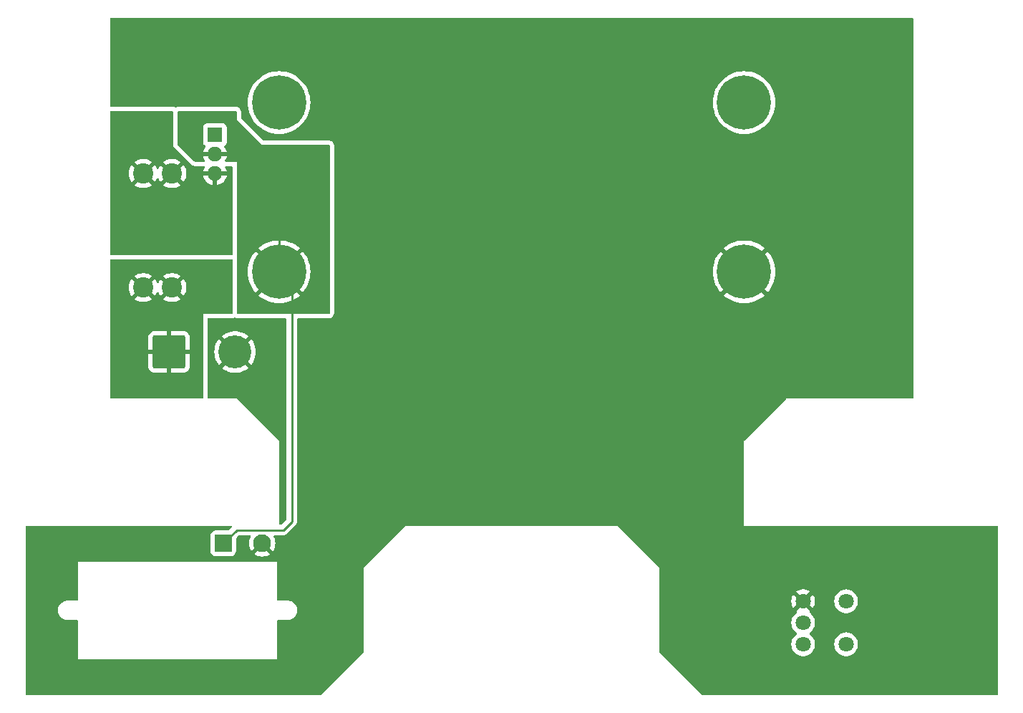
<source format=gbr>
%TF.GenerationSoftware,KiCad,Pcbnew,7.0.9*%
%TF.CreationDate,2025-01-29T10:13:39+09:00*%
%TF.ProjectId,05-PWR,30352d50-5752-42e6-9b69-6361645f7063,rev?*%
%TF.SameCoordinates,Original*%
%TF.FileFunction,Copper,L2,Bot*%
%TF.FilePolarity,Positive*%
%FSLAX46Y46*%
G04 Gerber Fmt 4.6, Leading zero omitted, Abs format (unit mm)*
G04 Created by KiCad (PCBNEW 7.0.9) date 2025-01-29 10:13:39*
%MOMM*%
%LPD*%
G01*
G04 APERTURE LIST*
G04 Aperture macros list*
%AMRoundRect*
0 Rectangle with rounded corners*
0 $1 Rounding radius*
0 $2 $3 $4 $5 $6 $7 $8 $9 X,Y pos of 4 corners*
0 Add a 4 corners polygon primitive as box body*
4,1,4,$2,$3,$4,$5,$6,$7,$8,$9,$2,$3,0*
0 Add four circle primitives for the rounded corners*
1,1,$1+$1,$2,$3*
1,1,$1+$1,$4,$5*
1,1,$1+$1,$6,$7*
1,1,$1+$1,$8,$9*
0 Add four rect primitives between the rounded corners*
20,1,$1+$1,$2,$3,$4,$5,0*
20,1,$1+$1,$4,$5,$6,$7,0*
20,1,$1+$1,$6,$7,$8,$9,0*
20,1,$1+$1,$8,$9,$2,$3,0*%
G04 Aperture macros list end*
%TA.AperFunction,ComponentPad*%
%ADD10C,2.400000*%
%TD*%
%TA.AperFunction,ComponentPad*%
%ADD11C,0.800000*%
%TD*%
%TA.AperFunction,ComponentPad*%
%ADD12C,6.400000*%
%TD*%
%TA.AperFunction,ComponentPad*%
%ADD13R,1.800000X1.717500*%
%TD*%
%TA.AperFunction,ComponentPad*%
%ADD14O,1.800000X1.717500*%
%TD*%
%TA.AperFunction,ComponentPad*%
%ADD15C,1.800000*%
%TD*%
%TA.AperFunction,ComponentPad*%
%ADD16RoundRect,0.250002X-1.699998X-1.699998X1.699998X-1.699998X1.699998X1.699998X-1.699998X1.699998X0*%
%TD*%
%TA.AperFunction,ComponentPad*%
%ADD17C,3.900000*%
%TD*%
%TA.AperFunction,ComponentPad*%
%ADD18RoundRect,0.250001X-0.799999X-0.799999X0.799999X-0.799999X0.799999X0.799999X-0.799999X0.799999X0*%
%TD*%
%TA.AperFunction,ComponentPad*%
%ADD19C,2.100000*%
%TD*%
%TA.AperFunction,ViaPad*%
%ADD20C,0.800000*%
%TD*%
%TA.AperFunction,Conductor*%
%ADD21C,0.250000*%
%TD*%
G04 APERTURE END LIST*
D10*
%TO.P,F1,1*%
%TO.N,Net-(Q1-S)*%
X37338000Y-88384000D03*
X33938000Y-88384000D03*
%TO.P,F1,2*%
%TO.N,Net-(J2-Pin_1)*%
X37338000Y-101854000D03*
X33938000Y-101854000D03*
%TD*%
D11*
%TO.P,H2,1,1*%
%TO.N,GND*%
X102600000Y-100000000D03*
X103302944Y-98302944D03*
X103302944Y-101697056D03*
X105000000Y-97600000D03*
D12*
X105000000Y-100000000D03*
D11*
X105000000Y-102400000D03*
X106697056Y-98302944D03*
X106697056Y-101697056D03*
X107400000Y-100000000D03*
%TD*%
D13*
%TO.P,Q1,1,G*%
%TO.N,Net-(Q1-G)*%
X42418000Y-83812000D03*
D14*
%TO.P,Q1,2,D*%
%TO.N,VDD*%
X42418000Y-86102000D03*
%TO.P,Q1,3,S*%
%TO.N,Net-(Q1-S)*%
X42418000Y-88392000D03*
%TD*%
D11*
%TO.P,H4,1,1*%
%TO.N,+5V*%
X47600000Y-80000000D03*
X48302944Y-78302944D03*
X48302944Y-81697056D03*
X50000000Y-77600000D03*
D12*
X50000000Y-80000000D03*
D11*
X50000000Y-82400000D03*
X51697056Y-78302944D03*
X51697056Y-81697056D03*
X52400000Y-80000000D03*
%TD*%
D15*
%TO.P,SW1,*%
%TO.N,*%
X117059859Y-144000000D03*
X117059859Y-138920000D03*
%TO.P,SW1,1,A*%
%TO.N,GND*%
X111979859Y-138920000D03*
%TO.P,SW1,2,B*%
%TO.N,Net-(Q1-G)*%
X111979859Y-141460000D03*
%TO.P,SW1,3*%
%TO.N,N/C*%
X111979859Y-144000000D03*
%TD*%
D11*
%TO.P,H1,1,1*%
%TO.N,VDD*%
X47600000Y-100000000D03*
X48302944Y-98302944D03*
X48302944Y-101697056D03*
X50000000Y-97600000D03*
D12*
X50000000Y-100000000D03*
D11*
X50000000Y-102400000D03*
X51697056Y-98302944D03*
X51697056Y-101697056D03*
X52400000Y-100000000D03*
%TD*%
D16*
%TO.P,J2,1,Pin_1*%
%TO.N,Net-(J2-Pin_1)*%
X36994000Y-109474000D03*
D17*
%TO.P,J2,2,Pin_2*%
%TO.N,GND*%
X44794000Y-109474000D03*
%TD*%
D11*
%TO.P,H3,1,1*%
%TO.N,+3V3*%
X102600000Y-80000000D03*
X103302944Y-78302944D03*
X103302944Y-81697056D03*
X105000000Y-77600000D03*
D12*
X105000000Y-80000000D03*
D11*
X105000000Y-82400000D03*
X106697056Y-78302944D03*
X106697056Y-81697056D03*
X107400000Y-80000000D03*
%TD*%
D18*
%TO.P,J1,1,Pin_1*%
%TO.N,VDD*%
X43406000Y-132080000D03*
D19*
%TO.P,J1,2,Pin_2*%
%TO.N,GND*%
X48006000Y-132080000D03*
%TD*%
D20*
%TO.N,GND*%
X111650000Y-85200000D03*
X88650000Y-89000000D03*
X68150000Y-86650000D03*
%TO.N,VDD*%
X40500000Y-84500000D03*
X45550000Y-85250000D03*
X38500000Y-84500000D03*
X46355000Y-84455000D03*
%TO.N,GND*%
X56515000Y-82931000D03*
X132969000Y-131572000D03*
X120904000Y-70612000D03*
X47117000Y-71755000D03*
X104140000Y-128016000D03*
X71501000Y-81788000D03*
X124206000Y-108331000D03*
X21336000Y-131064000D03*
X96012000Y-89789000D03*
X42291000Y-114046000D03*
X68326000Y-93726000D03*
X121920000Y-106553000D03*
X88265000Y-125984000D03*
X101727000Y-147828000D03*
X66421000Y-126111000D03*
X110490000Y-71501000D03*
X75692000Y-93345000D03*
X116332000Y-111887000D03*
X93599000Y-89535000D03*
X122047000Y-75565000D03*
X132588000Y-148082000D03*
X96139000Y-82296000D03*
X82296000Y-84963000D03*
X99314000Y-79502000D03*
X88138000Y-105029000D03*
X21336000Y-148590000D03*
X71882000Y-77851000D03*
X96901000Y-79883000D03*
X72771000Y-89535000D03*
X78613000Y-71501000D03*
X92456000Y-81788000D03*
X57531000Y-144780000D03*
X53213000Y-148082000D03*
X118364000Y-71755000D03*
X43815000Y-79629000D03*
X68199000Y-83185000D03*
X57531000Y-85725000D03*
X76962000Y-77216000D03*
X40259000Y-79629000D03*
X123444000Y-113538000D03*
%TD*%
D21*
%TO.N,VDD*%
X50000000Y-89000000D02*
X50000000Y-100000000D01*
X46250000Y-85250000D02*
X50000000Y-89000000D01*
X45550000Y-85250000D02*
X46250000Y-85250000D01*
X50500000Y-130500000D02*
X51500000Y-129500000D01*
X44986000Y-130500000D02*
X50500000Y-130500000D01*
X51500000Y-101500000D02*
X50000000Y-100000000D01*
X43406000Y-132080000D02*
X44986000Y-130500000D01*
X51500000Y-129500000D02*
X51500000Y-101500000D01*
%TD*%
%TA.AperFunction,Conductor*%
%TO.N,Net-(Q1-S)*%
G36*
X37437539Y-81019685D02*
G01*
X37483294Y-81072489D01*
X37494500Y-81124000D01*
X37494500Y-84962173D01*
X37495950Y-84989227D01*
X37495950Y-84989228D01*
X37500231Y-85029036D01*
X37508885Y-85082445D01*
X37508885Y-85082447D01*
X37524384Y-85124000D01*
X37559168Y-85217257D01*
X37592653Y-85278580D01*
X37678877Y-85393761D01*
X37678881Y-85393765D01*
X37678886Y-85393771D01*
X38390178Y-86105062D01*
X39615819Y-87330704D01*
X39615820Y-87330704D01*
X39635956Y-87348791D01*
X39635955Y-87348791D01*
X39667139Y-87373920D01*
X39667142Y-87373922D01*
X39711026Y-87405567D01*
X39841903Y-87465338D01*
X39884675Y-87477897D01*
X39908937Y-87485022D01*
X39908942Y-87485023D01*
X39908946Y-87485024D01*
X40051362Y-87505500D01*
X40051365Y-87505500D01*
X41100642Y-87505500D01*
X41167681Y-87525185D01*
X41213436Y-87577989D01*
X41223380Y-87647147D01*
X41211365Y-87685325D01*
X41111422Y-87883547D01*
X41043693Y-88104705D01*
X41038918Y-88142000D01*
X41923148Y-88142000D01*
X41874441Y-88279047D01*
X41864123Y-88429886D01*
X41894884Y-88577915D01*
X41928090Y-88642000D01*
X41040682Y-88642000D01*
X41072861Y-88791313D01*
X41072862Y-88791316D01*
X41159098Y-89005922D01*
X41280368Y-89202878D01*
X41433178Y-89376504D01*
X41613137Y-89521810D01*
X41815052Y-89634607D01*
X42033137Y-89711662D01*
X42168000Y-89734786D01*
X42168000Y-88883683D01*
X42196819Y-88901209D01*
X42342404Y-88942000D01*
X42455622Y-88942000D01*
X42567783Y-88926584D01*
X42668000Y-88883053D01*
X42668000Y-89737894D01*
X42689709Y-89736047D01*
X42913539Y-89677767D01*
X43124302Y-89582496D01*
X43315928Y-89452980D01*
X43482909Y-89292942D01*
X43620450Y-89106975D01*
X43724577Y-88900452D01*
X43792306Y-88679294D01*
X43797082Y-88642000D01*
X42912852Y-88642000D01*
X42961559Y-88504953D01*
X42971877Y-88354114D01*
X42941116Y-88206085D01*
X42907910Y-88142000D01*
X43795318Y-88142000D01*
X43763138Y-87992686D01*
X43763137Y-87992683D01*
X43676901Y-87778077D01*
X43625450Y-87694514D01*
X43607063Y-87627107D01*
X43628038Y-87560460D01*
X43681715Y-87515732D01*
X43731040Y-87505500D01*
X44370500Y-87505500D01*
X44437539Y-87525185D01*
X44483294Y-87577989D01*
X44494500Y-87629500D01*
X44494500Y-97876000D01*
X44474815Y-97943039D01*
X44422011Y-97988794D01*
X44370500Y-98000000D01*
X30124500Y-98000000D01*
X30057461Y-97980315D01*
X30011706Y-97927511D01*
X30000500Y-97876000D01*
X30000500Y-88384004D01*
X32233233Y-88384004D01*
X32252273Y-88638079D01*
X32308968Y-88886477D01*
X32308973Y-88886494D01*
X32402058Y-89123671D01*
X32402057Y-89123671D01*
X32529457Y-89344332D01*
X32571452Y-89396993D01*
X32571453Y-89396993D01*
X33221338Y-88747108D01*
X33308577Y-88885948D01*
X33436052Y-89013423D01*
X33574890Y-89100661D01*
X32924813Y-89750737D01*
X33085623Y-89860375D01*
X33085624Y-89860376D01*
X33315176Y-89970921D01*
X33315174Y-89970921D01*
X33558652Y-90046024D01*
X33558658Y-90046026D01*
X33810595Y-90083999D01*
X33810604Y-90084000D01*
X34065396Y-90084000D01*
X34065404Y-90083999D01*
X34317341Y-90046026D01*
X34317347Y-90046024D01*
X34560824Y-89970921D01*
X34790381Y-89860373D01*
X34951185Y-89750737D01*
X34301108Y-89100661D01*
X34439948Y-89013423D01*
X34567423Y-88885948D01*
X34654661Y-88747108D01*
X35304545Y-89396993D01*
X35346545Y-89344327D01*
X35473941Y-89123671D01*
X35522572Y-88999763D01*
X35565387Y-88944549D01*
X35631257Y-88921248D01*
X35699268Y-88937259D01*
X35747827Y-88987496D01*
X35753428Y-88999763D01*
X35802058Y-89123671D01*
X35929457Y-89344332D01*
X35971452Y-89396993D01*
X35971453Y-89396993D01*
X36621338Y-88747108D01*
X36708577Y-88885948D01*
X36836052Y-89013423D01*
X36974890Y-89100661D01*
X36324813Y-89750737D01*
X36485623Y-89860375D01*
X36485624Y-89860376D01*
X36715176Y-89970921D01*
X36715174Y-89970921D01*
X36958652Y-90046024D01*
X36958658Y-90046026D01*
X37210595Y-90083999D01*
X37210604Y-90084000D01*
X37465396Y-90084000D01*
X37465404Y-90083999D01*
X37717341Y-90046026D01*
X37717347Y-90046024D01*
X37960824Y-89970921D01*
X38190381Y-89860373D01*
X38351185Y-89750737D01*
X37701108Y-89100661D01*
X37839948Y-89013423D01*
X37967423Y-88885948D01*
X38054661Y-88747109D01*
X38704545Y-89396993D01*
X38746545Y-89344327D01*
X38873941Y-89123671D01*
X38967026Y-88886494D01*
X38967031Y-88886477D01*
X39023726Y-88638079D01*
X39042767Y-88384004D01*
X39042767Y-88383995D01*
X39023726Y-88129920D01*
X38967031Y-87881522D01*
X38967026Y-87881505D01*
X38873941Y-87644328D01*
X38873942Y-87644328D01*
X38746544Y-87423671D01*
X38704546Y-87371006D01*
X38054661Y-88020890D01*
X37967423Y-87882052D01*
X37839948Y-87754577D01*
X37701108Y-87667338D01*
X38351185Y-87017261D01*
X38190377Y-86907624D01*
X38190376Y-86907623D01*
X37960823Y-86797078D01*
X37960825Y-86797078D01*
X37717347Y-86721975D01*
X37717341Y-86721973D01*
X37465404Y-86684000D01*
X37210595Y-86684000D01*
X36958658Y-86721973D01*
X36958652Y-86721975D01*
X36715175Y-86797078D01*
X36485624Y-86907623D01*
X36485616Y-86907628D01*
X36324813Y-87017261D01*
X36974891Y-87667338D01*
X36836052Y-87754577D01*
X36708577Y-87882052D01*
X36621338Y-88020891D01*
X35971453Y-87371006D01*
X35929455Y-87423670D01*
X35802058Y-87644328D01*
X35753428Y-87768236D01*
X35710612Y-87823450D01*
X35644742Y-87846751D01*
X35576732Y-87830740D01*
X35528173Y-87780502D01*
X35522572Y-87768236D01*
X35473941Y-87644328D01*
X35473942Y-87644328D01*
X35346544Y-87423671D01*
X35304546Y-87371006D01*
X34654661Y-88020890D01*
X34567423Y-87882052D01*
X34439948Y-87754577D01*
X34301108Y-87667338D01*
X34951185Y-87017261D01*
X34790377Y-86907624D01*
X34790376Y-86907623D01*
X34560823Y-86797078D01*
X34560825Y-86797078D01*
X34317347Y-86721975D01*
X34317341Y-86721973D01*
X34065404Y-86684000D01*
X33810595Y-86684000D01*
X33558658Y-86721973D01*
X33558652Y-86721975D01*
X33315175Y-86797078D01*
X33085624Y-86907623D01*
X33085616Y-86907628D01*
X32924813Y-87017261D01*
X33574891Y-87667338D01*
X33436052Y-87754577D01*
X33308577Y-87882052D01*
X33221338Y-88020891D01*
X32571453Y-87371006D01*
X32529455Y-87423670D01*
X32402058Y-87644328D01*
X32308973Y-87881505D01*
X32308968Y-87881522D01*
X32252273Y-88129920D01*
X32233233Y-88383995D01*
X32233233Y-88384004D01*
X30000500Y-88384004D01*
X30000500Y-81124000D01*
X30020185Y-81056961D01*
X30072989Y-81011206D01*
X30124500Y-81000000D01*
X37370500Y-81000000D01*
X37437539Y-81019685D01*
G37*
%TD.AperFunction*%
%TD*%
%TA.AperFunction,Conductor*%
%TO.N,GND*%
G36*
X106856420Y-101502867D02*
G01*
X106794601Y-101461561D01*
X106721680Y-101447056D01*
X106672432Y-101447056D01*
X106599511Y-101461561D01*
X106516816Y-101516816D01*
X106461561Y-101599511D01*
X106442158Y-101697056D01*
X106461561Y-101794601D01*
X106502867Y-101856420D01*
X105944180Y-101297733D01*
X106134870Y-101134870D01*
X106297733Y-100944180D01*
X106856420Y-101502867D01*
G37*
%TD.AperFunction*%
%TA.AperFunction,Conductor*%
G36*
X103865130Y-101134870D02*
G01*
X104055819Y-101297733D01*
X103497135Y-101856416D01*
X103538439Y-101794601D01*
X103557842Y-101697056D01*
X103538439Y-101599511D01*
X103483184Y-101516816D01*
X103400489Y-101461561D01*
X103327568Y-101447056D01*
X103278320Y-101447056D01*
X103205399Y-101461561D01*
X103143577Y-101502868D01*
X103702266Y-100944180D01*
X103865130Y-101134870D01*
G37*
%TD.AperFunction*%
%TA.AperFunction,Conductor*%
G36*
X104055819Y-98702266D02*
G01*
X103865130Y-98865130D01*
X103702266Y-99055818D01*
X103143582Y-98497134D01*
X103205399Y-98538439D01*
X103278320Y-98552944D01*
X103327568Y-98552944D01*
X103400489Y-98538439D01*
X103483184Y-98483184D01*
X103538439Y-98400489D01*
X103557842Y-98302944D01*
X103538439Y-98205399D01*
X103497133Y-98143581D01*
X104055819Y-98702266D01*
G37*
%TD.AperFunction*%
%TA.AperFunction,Conductor*%
G36*
X106461561Y-98205399D02*
G01*
X106442158Y-98302944D01*
X106461561Y-98400489D01*
X106516816Y-98483184D01*
X106599511Y-98538439D01*
X106672432Y-98552944D01*
X106721680Y-98552944D01*
X106794601Y-98538439D01*
X106856415Y-98497135D01*
X106297732Y-99055818D01*
X106134870Y-98865130D01*
X105944180Y-98702266D01*
X106502867Y-98143578D01*
X106461561Y-98205399D01*
G37*
%TD.AperFunction*%
%TA.AperFunction,Conductor*%
G36*
X124942539Y-70020185D02*
G01*
X124988294Y-70072989D01*
X124999500Y-70124500D01*
X124999500Y-114875500D01*
X124979815Y-114942539D01*
X124927011Y-114988294D01*
X124875500Y-114999500D01*
X110024856Y-114999500D01*
X110024703Y-114999469D01*
X110024703Y-114999478D01*
X110000000Y-114999457D01*
X109999756Y-114999559D01*
X109999616Y-114999617D01*
X109982558Y-115016635D01*
X109982357Y-115016934D01*
X105016995Y-119982295D01*
X105016819Y-119982413D01*
X104999616Y-119999616D01*
X104999457Y-119999995D01*
X104999461Y-120024665D01*
X104999500Y-120024855D01*
X104999500Y-129975467D01*
X104999416Y-129975889D01*
X104999459Y-130000001D01*
X104999500Y-130000099D01*
X104999616Y-130000382D01*
X104999618Y-130000384D01*
X104999808Y-130000462D01*
X105000000Y-130000541D01*
X105000002Y-130000539D01*
X105024616Y-130000524D01*
X105024616Y-130000528D01*
X105024760Y-130000500D01*
X134875500Y-130000500D01*
X134942539Y-130020185D01*
X134988294Y-130072989D01*
X134999500Y-130124500D01*
X134999500Y-149875500D01*
X134979815Y-149942539D01*
X134927011Y-149988294D01*
X134875500Y-149999500D01*
X100051569Y-149999500D01*
X99984530Y-149979815D01*
X99963888Y-149963181D01*
X95036819Y-145036111D01*
X95003334Y-144974788D01*
X95000500Y-144948430D01*
X95000500Y-144000006D01*
X110574559Y-144000006D01*
X110593723Y-144231297D01*
X110593725Y-144231308D01*
X110650701Y-144456300D01*
X110743934Y-144668848D01*
X110870875Y-144863147D01*
X110870878Y-144863151D01*
X110870880Y-144863153D01*
X111028075Y-145033913D01*
X111028078Y-145033915D01*
X111028081Y-145033918D01*
X111211224Y-145176464D01*
X111211230Y-145176468D01*
X111211233Y-145176470D01*
X111415356Y-145286936D01*
X111529346Y-145326068D01*
X111634874Y-145362297D01*
X111634876Y-145362297D01*
X111634878Y-145362298D01*
X111863810Y-145400500D01*
X111863811Y-145400500D01*
X112095907Y-145400500D01*
X112095908Y-145400500D01*
X112324840Y-145362298D01*
X112544362Y-145286936D01*
X112748485Y-145176470D01*
X112931643Y-145033913D01*
X113088838Y-144863153D01*
X113215783Y-144668849D01*
X113309016Y-144456300D01*
X113365993Y-144231305D01*
X113385159Y-144000006D01*
X115654559Y-144000006D01*
X115673723Y-144231297D01*
X115673725Y-144231308D01*
X115730701Y-144456300D01*
X115823934Y-144668848D01*
X115950875Y-144863147D01*
X115950878Y-144863151D01*
X115950880Y-144863153D01*
X116108075Y-145033913D01*
X116108078Y-145033915D01*
X116108081Y-145033918D01*
X116291224Y-145176464D01*
X116291230Y-145176468D01*
X116291233Y-145176470D01*
X116495356Y-145286936D01*
X116609346Y-145326068D01*
X116714874Y-145362297D01*
X116714876Y-145362297D01*
X116714878Y-145362298D01*
X116943810Y-145400500D01*
X116943811Y-145400500D01*
X117175907Y-145400500D01*
X117175908Y-145400500D01*
X117404840Y-145362298D01*
X117624362Y-145286936D01*
X117828485Y-145176470D01*
X118011643Y-145033913D01*
X118168838Y-144863153D01*
X118295783Y-144668849D01*
X118389016Y-144456300D01*
X118445993Y-144231305D01*
X118465159Y-144000000D01*
X118465159Y-143999993D01*
X118445994Y-143768702D01*
X118445992Y-143768691D01*
X118389016Y-143543699D01*
X118295783Y-143331151D01*
X118168842Y-143136852D01*
X118168839Y-143136849D01*
X118168838Y-143136847D01*
X118011643Y-142966087D01*
X118011638Y-142966083D01*
X118011636Y-142966081D01*
X117828493Y-142823535D01*
X117828487Y-142823531D01*
X117624363Y-142713064D01*
X117624354Y-142713061D01*
X117404843Y-142637702D01*
X117233141Y-142609050D01*
X117175908Y-142599500D01*
X116943810Y-142599500D01*
X116898023Y-142607140D01*
X116714874Y-142637702D01*
X116495363Y-142713061D01*
X116495354Y-142713064D01*
X116291230Y-142823531D01*
X116291224Y-142823535D01*
X116108081Y-142966081D01*
X116108078Y-142966084D01*
X115950875Y-143136852D01*
X115823934Y-143331151D01*
X115730701Y-143543699D01*
X115673725Y-143768691D01*
X115673723Y-143768702D01*
X115654559Y-143999993D01*
X115654559Y-144000006D01*
X113385159Y-144000006D01*
X113385159Y-144000000D01*
X113385159Y-143999993D01*
X113365994Y-143768702D01*
X113365992Y-143768691D01*
X113309016Y-143543699D01*
X113215783Y-143331151D01*
X113088842Y-143136852D01*
X113088839Y-143136849D01*
X113088838Y-143136847D01*
X112931643Y-142966087D01*
X112754039Y-142827853D01*
X112713227Y-142771143D01*
X112709552Y-142701370D01*
X112744183Y-142640687D01*
X112754040Y-142632146D01*
X112931643Y-142493913D01*
X113088838Y-142323153D01*
X113215783Y-142128849D01*
X113309016Y-141916300D01*
X113365993Y-141691305D01*
X113385159Y-141460000D01*
X113385159Y-141459993D01*
X113365994Y-141228702D01*
X113365992Y-141228691D01*
X113309016Y-141003699D01*
X113215783Y-140791151D01*
X113088842Y-140596852D01*
X113088839Y-140596849D01*
X113088838Y-140596847D01*
X112931643Y-140426087D01*
X112888716Y-140392675D01*
X112753632Y-140287535D01*
X112712819Y-140230825D01*
X112709145Y-140161052D01*
X112743777Y-140100369D01*
X112753633Y-140091828D01*
X112778657Y-140072351D01*
X112147626Y-139441320D01*
X112265695Y-139390037D01*
X112381909Y-139295489D01*
X112468306Y-139173093D01*
X112499299Y-139085887D01*
X113131045Y-139717634D01*
X113215343Y-139588606D01*
X113308541Y-139376135D01*
X113365497Y-139151218D01*
X113384657Y-138920006D01*
X115654559Y-138920006D01*
X115673723Y-139151297D01*
X115673725Y-139151308D01*
X115730701Y-139376300D01*
X115823934Y-139588848D01*
X115950875Y-139783147D01*
X115950878Y-139783151D01*
X115950880Y-139783153D01*
X116108075Y-139953913D01*
X116108078Y-139953915D01*
X116108081Y-139953918D01*
X116291224Y-140096464D01*
X116291230Y-140096468D01*
X116291233Y-140096470D01*
X116495356Y-140206936D01*
X116609346Y-140246068D01*
X116714874Y-140282297D01*
X116714876Y-140282297D01*
X116714878Y-140282298D01*
X116943810Y-140320500D01*
X116943811Y-140320500D01*
X117175907Y-140320500D01*
X117175908Y-140320500D01*
X117404840Y-140282298D01*
X117624362Y-140206936D01*
X117828485Y-140096470D01*
X118011643Y-139953913D01*
X118168838Y-139783153D01*
X118295783Y-139588849D01*
X118389016Y-139376300D01*
X118445993Y-139151305D01*
X118445994Y-139151297D01*
X118465159Y-138920006D01*
X118465159Y-138919993D01*
X118445994Y-138688702D01*
X118445992Y-138688691D01*
X118389016Y-138463699D01*
X118295783Y-138251151D01*
X118168842Y-138056852D01*
X118168839Y-138056849D01*
X118168838Y-138056847D01*
X118011643Y-137886087D01*
X118011638Y-137886083D01*
X118011636Y-137886081D01*
X117828493Y-137743535D01*
X117828487Y-137743531D01*
X117624363Y-137633064D01*
X117624354Y-137633061D01*
X117404843Y-137557702D01*
X117233141Y-137529050D01*
X117175908Y-137519500D01*
X116943810Y-137519500D01*
X116898023Y-137527140D01*
X116714874Y-137557702D01*
X116495363Y-137633061D01*
X116495354Y-137633064D01*
X116291230Y-137743531D01*
X116291224Y-137743535D01*
X116108081Y-137886081D01*
X116108078Y-137886084D01*
X115950875Y-138056852D01*
X115823934Y-138251151D01*
X115730701Y-138463699D01*
X115673725Y-138688691D01*
X115673723Y-138688702D01*
X115654559Y-138919993D01*
X115654559Y-138920006D01*
X113384657Y-138920006D01*
X113384657Y-138920005D01*
X113384657Y-138919994D01*
X113365497Y-138688781D01*
X113308541Y-138463864D01*
X113215342Y-138251390D01*
X113131045Y-138122364D01*
X112501559Y-138751850D01*
X112498219Y-138735775D01*
X112429294Y-138602754D01*
X112327036Y-138493263D01*
X112199029Y-138415420D01*
X112145800Y-138400506D01*
X112778658Y-137767648D01*
X112778658Y-137767647D01*
X112748208Y-137743949D01*
X112544161Y-137633523D01*
X112544152Y-137633520D01*
X112324719Y-137558188D01*
X112095866Y-137520000D01*
X111863852Y-137520000D01*
X111634998Y-137558188D01*
X111415565Y-137633520D01*
X111415557Y-137633523D01*
X111211503Y-137743952D01*
X111181059Y-137767646D01*
X111181059Y-137767647D01*
X111812091Y-138398679D01*
X111694023Y-138449963D01*
X111577809Y-138544511D01*
X111491412Y-138666907D01*
X111460418Y-138754112D01*
X110828671Y-138122365D01*
X110744375Y-138251391D01*
X110744373Y-138251395D01*
X110651176Y-138463864D01*
X110594220Y-138688781D01*
X110575061Y-138919994D01*
X110575061Y-138920005D01*
X110594220Y-139151218D01*
X110651176Y-139376135D01*
X110744375Y-139588609D01*
X110828670Y-139717633D01*
X111458157Y-139088147D01*
X111461499Y-139104225D01*
X111530424Y-139237246D01*
X111632682Y-139346737D01*
X111760689Y-139424580D01*
X111813917Y-139439493D01*
X111181058Y-140072351D01*
X111206083Y-140091828D01*
X111246897Y-140148538D01*
X111250572Y-140218311D01*
X111215942Y-140278995D01*
X111206084Y-140287536D01*
X111028081Y-140426081D01*
X111028078Y-140426084D01*
X110870875Y-140596852D01*
X110743934Y-140791151D01*
X110650701Y-141003699D01*
X110593725Y-141228691D01*
X110593723Y-141228702D01*
X110574559Y-141459993D01*
X110574559Y-141460006D01*
X110593723Y-141691297D01*
X110593725Y-141691308D01*
X110650701Y-141916300D01*
X110743934Y-142128848D01*
X110870875Y-142323147D01*
X110870878Y-142323151D01*
X110870880Y-142323153D01*
X111028075Y-142493913D01*
X111028078Y-142493915D01*
X111028081Y-142493918D01*
X111205677Y-142632147D01*
X111246490Y-142688857D01*
X111250165Y-142758630D01*
X111215533Y-142819313D01*
X111205677Y-142827853D01*
X111028081Y-142966081D01*
X111028078Y-142966084D01*
X110870875Y-143136852D01*
X110743934Y-143331151D01*
X110650701Y-143543699D01*
X110593725Y-143768691D01*
X110593723Y-143768702D01*
X110574559Y-143999993D01*
X110574559Y-144000006D01*
X95000500Y-144000006D01*
X95000500Y-135024855D01*
X95000553Y-135024586D01*
X95000542Y-135000000D01*
X95000424Y-134999718D01*
X95000424Y-134999717D01*
X95000383Y-134999617D01*
X95000381Y-134999616D01*
X94983339Y-134982488D01*
X94982904Y-134982197D01*
X92511359Y-132510652D01*
X90011584Y-130010876D01*
X90000383Y-129999618D01*
X90000383Y-129999617D01*
X90000381Y-129999616D01*
X90000380Y-129999615D01*
X90000284Y-129999575D01*
X90000002Y-129999457D01*
X89975334Y-129999461D01*
X89975145Y-129999500D01*
X65024856Y-129999500D01*
X65024703Y-129999469D01*
X65024703Y-129999478D01*
X65000000Y-129999457D01*
X64999756Y-129999559D01*
X64999616Y-129999617D01*
X64982558Y-130016635D01*
X64982357Y-130016934D01*
X60016995Y-134982295D01*
X60016819Y-134982413D01*
X59999616Y-134999616D01*
X59999457Y-134999995D01*
X59999461Y-135024665D01*
X59999500Y-135024855D01*
X59999500Y-144948430D01*
X59979815Y-145015469D01*
X59963181Y-145036111D01*
X55036111Y-149963181D01*
X54974788Y-149996666D01*
X54948430Y-149999500D01*
X20124500Y-149999500D01*
X20057461Y-149979815D01*
X20011706Y-149927011D01*
X20000500Y-149875500D01*
X20000500Y-140100658D01*
X23849500Y-140100658D01*
X23884456Y-140298908D01*
X23953309Y-140488077D01*
X23953312Y-140488084D01*
X24016106Y-140596847D01*
X24053965Y-140662421D01*
X24183366Y-140816634D01*
X24337579Y-140946035D01*
X24511920Y-141046690D01*
X24701091Y-141115543D01*
X24899344Y-141150500D01*
X24999901Y-141150500D01*
X26125500Y-141150500D01*
X26192539Y-141170185D01*
X26238294Y-141222989D01*
X26249500Y-141274500D01*
X26249500Y-145725467D01*
X26249416Y-145725889D01*
X26249459Y-145750001D01*
X26249500Y-145750099D01*
X26249616Y-145750382D01*
X26249618Y-145750384D01*
X26249808Y-145750462D01*
X26250000Y-145750541D01*
X26250002Y-145750539D01*
X26274616Y-145750524D01*
X26274616Y-145750528D01*
X26274760Y-145750500D01*
X49725240Y-145750500D01*
X49725383Y-145750528D01*
X49725384Y-145750524D01*
X49749997Y-145750539D01*
X49750000Y-145750541D01*
X49750383Y-145750383D01*
X49750500Y-145750099D01*
X49750541Y-145750000D01*
X49750540Y-145749997D01*
X49750583Y-145725889D01*
X49750500Y-145725467D01*
X49750500Y-141274500D01*
X49770185Y-141207461D01*
X49822989Y-141161706D01*
X49874500Y-141150500D01*
X51100654Y-141150500D01*
X51100656Y-141150500D01*
X51298909Y-141115543D01*
X51488080Y-141046690D01*
X51662421Y-140946035D01*
X51816634Y-140816634D01*
X51946035Y-140662421D01*
X52046690Y-140488080D01*
X52115543Y-140298909D01*
X52150500Y-140100656D01*
X52150500Y-139899344D01*
X52115543Y-139701091D01*
X52046690Y-139511920D01*
X51946035Y-139337579D01*
X51816634Y-139183366D01*
X51662421Y-139053965D01*
X51624248Y-139031926D01*
X51488084Y-138953312D01*
X51488081Y-138953311D01*
X51488080Y-138953310D01*
X51396576Y-138920005D01*
X51298908Y-138884456D01*
X51100658Y-138849500D01*
X51100656Y-138849500D01*
X51000099Y-138849500D01*
X49874500Y-138849500D01*
X49807461Y-138829815D01*
X49761706Y-138777011D01*
X49750500Y-138725500D01*
X49750500Y-134274759D01*
X49750528Y-134274616D01*
X49750524Y-134274616D01*
X49750539Y-134250002D01*
X49750541Y-134250000D01*
X49750462Y-134249808D01*
X49750384Y-134249618D01*
X49750382Y-134249616D01*
X49750099Y-134249500D01*
X49750000Y-134249459D01*
X49725446Y-134249459D01*
X49725240Y-134249500D01*
X26274760Y-134249500D01*
X26274554Y-134249459D01*
X26250000Y-134249459D01*
X26249901Y-134249500D01*
X26249617Y-134249616D01*
X26249615Y-134249618D01*
X26249459Y-134249999D01*
X26249476Y-134274616D01*
X26249471Y-134274616D01*
X26249500Y-134274759D01*
X26249500Y-138725500D01*
X26229815Y-138792539D01*
X26177011Y-138838294D01*
X26125500Y-138849500D01*
X24899341Y-138849500D01*
X24701091Y-138884456D01*
X24511922Y-138953309D01*
X24511915Y-138953312D01*
X24337578Y-139053965D01*
X24337574Y-139053968D01*
X24183366Y-139183366D01*
X24053968Y-139337574D01*
X24053965Y-139337578D01*
X23953312Y-139511915D01*
X23953309Y-139511922D01*
X23884456Y-139701091D01*
X23849500Y-139899341D01*
X23849500Y-140100658D01*
X20000500Y-140100658D01*
X20000500Y-130124500D01*
X20020185Y-130057461D01*
X20072989Y-130011706D01*
X20124500Y-130000500D01*
X44301546Y-130000500D01*
X44368585Y-130020185D01*
X44414340Y-130072989D01*
X44424284Y-130142147D01*
X44395259Y-130205703D01*
X44389227Y-130212181D01*
X44108228Y-130493181D01*
X44046905Y-130526666D01*
X44020547Y-130529500D01*
X42555984Y-130529500D01*
X42453204Y-130540000D01*
X42453203Y-130540001D01*
X42286664Y-130595186D01*
X42286662Y-130595187D01*
X42137348Y-130687286D01*
X42137344Y-130687289D01*
X42013289Y-130811344D01*
X42013286Y-130811348D01*
X41921187Y-130960662D01*
X41921186Y-130960664D01*
X41866001Y-131127203D01*
X41866000Y-131127204D01*
X41855500Y-131229984D01*
X41855500Y-132930015D01*
X41866000Y-133032795D01*
X41866001Y-133032796D01*
X41921186Y-133199335D01*
X41921187Y-133199337D01*
X42013286Y-133348651D01*
X42013289Y-133348655D01*
X42137344Y-133472710D01*
X42137348Y-133472713D01*
X42286662Y-133564812D01*
X42286664Y-133564813D01*
X42286666Y-133564814D01*
X42453203Y-133619999D01*
X42555992Y-133630500D01*
X42555997Y-133630500D01*
X44256003Y-133630500D01*
X44256008Y-133630500D01*
X44358797Y-133619999D01*
X44525334Y-133564814D01*
X44674655Y-133472711D01*
X44798711Y-133348655D01*
X44890814Y-133199334D01*
X44945999Y-133032797D01*
X44956500Y-132930008D01*
X44956500Y-131465452D01*
X44976185Y-131398413D01*
X44992819Y-131377771D01*
X45208772Y-131161819D01*
X45270095Y-131128334D01*
X45296453Y-131125500D01*
X46551617Y-131125500D01*
X46618656Y-131145185D01*
X46664411Y-131197989D01*
X46674355Y-131267147D01*
X46657344Y-131314290D01*
X46620668Y-131374138D01*
X46527303Y-131599542D01*
X46470348Y-131836780D01*
X46451207Y-132080000D01*
X46470348Y-132323219D01*
X46527303Y-132560457D01*
X46620668Y-132785861D01*
X46744504Y-132987942D01*
X47480070Y-132252375D01*
X47482884Y-132265915D01*
X47552442Y-132400156D01*
X47655638Y-132510652D01*
X47784819Y-132589209D01*
X47836002Y-132603549D01*
X47098056Y-133341494D01*
X47300138Y-133465331D01*
X47525542Y-133558696D01*
X47762780Y-133615651D01*
X47762779Y-133615651D01*
X48006000Y-133634792D01*
X48249219Y-133615651D01*
X48486457Y-133558696D01*
X48711861Y-133465331D01*
X48913942Y-133341494D01*
X48177568Y-132605121D01*
X48294458Y-132554349D01*
X48411739Y-132458934D01*
X48498928Y-132335415D01*
X48529354Y-132249802D01*
X49267494Y-132987942D01*
X49391331Y-132785861D01*
X49484696Y-132560457D01*
X49541651Y-132323219D01*
X49560792Y-132080000D01*
X49541651Y-131836780D01*
X49484696Y-131599542D01*
X49391331Y-131374138D01*
X49354656Y-131314290D01*
X49336411Y-131246844D01*
X49357527Y-131180242D01*
X49411299Y-131135628D01*
X49460383Y-131125500D01*
X50417257Y-131125500D01*
X50432877Y-131127224D01*
X50432904Y-131126939D01*
X50440660Y-131127671D01*
X50440667Y-131127673D01*
X50509814Y-131125500D01*
X50539350Y-131125500D01*
X50546228Y-131124630D01*
X50552041Y-131124172D01*
X50598627Y-131122709D01*
X50617869Y-131117117D01*
X50636912Y-131113174D01*
X50656792Y-131110664D01*
X50700122Y-131093507D01*
X50705646Y-131091617D01*
X50709396Y-131090527D01*
X50750390Y-131078618D01*
X50767629Y-131068422D01*
X50785103Y-131059862D01*
X50803727Y-131052488D01*
X50803727Y-131052487D01*
X50803732Y-131052486D01*
X50841449Y-131025082D01*
X50846305Y-131021892D01*
X50886420Y-130998170D01*
X50900589Y-130983999D01*
X50915379Y-130971368D01*
X50931587Y-130959594D01*
X50961299Y-130923676D01*
X50965212Y-130919376D01*
X51883786Y-130000802D01*
X51896048Y-129990980D01*
X51895865Y-129990759D01*
X51901867Y-129985792D01*
X51901877Y-129985786D01*
X51949241Y-129935348D01*
X51970120Y-129914470D01*
X51974373Y-129908986D01*
X51978150Y-129904563D01*
X52010062Y-129870582D01*
X52019714Y-129853023D01*
X52030389Y-129836772D01*
X52042674Y-129820936D01*
X52061186Y-129778152D01*
X52063742Y-129772935D01*
X52086197Y-129732092D01*
X52091180Y-129712680D01*
X52097477Y-129694291D01*
X52105438Y-129675895D01*
X52112729Y-129629853D01*
X52113908Y-129624162D01*
X52125500Y-129579019D01*
X52125500Y-129558983D01*
X52127027Y-129539582D01*
X52130160Y-129519804D01*
X52125775Y-129473415D01*
X52125500Y-129467577D01*
X52125500Y-105629500D01*
X52145185Y-105562461D01*
X52197989Y-105516706D01*
X52249500Y-105505500D01*
X55875990Y-105505500D01*
X55876000Y-105505500D01*
X55983456Y-105493947D01*
X56034967Y-105482741D01*
X56069197Y-105471347D01*
X56137497Y-105448616D01*
X56137501Y-105448613D01*
X56137504Y-105448613D01*
X56258543Y-105370825D01*
X56311347Y-105325070D01*
X56405567Y-105216336D01*
X56465338Y-105085459D01*
X56485023Y-105018420D01*
X56485024Y-105018416D01*
X56505500Y-104876000D01*
X56505500Y-100000000D01*
X101294922Y-100000000D01*
X101315219Y-100387287D01*
X101375886Y-100770323D01*
X101375887Y-100770330D01*
X101476262Y-101144936D01*
X101615244Y-101506994D01*
X101791310Y-101852543D01*
X102002531Y-102177793D01*
X102211095Y-102435350D01*
X102211096Y-102435350D01*
X103108756Y-101537689D01*
X103067449Y-101599511D01*
X103048046Y-101697056D01*
X103067449Y-101794601D01*
X103122704Y-101877296D01*
X103205399Y-101932551D01*
X103278320Y-101947056D01*
X103327568Y-101947056D01*
X103400489Y-101932551D01*
X103462304Y-101891247D01*
X102564648Y-102788903D01*
X102564649Y-102788904D01*
X102822206Y-102997468D01*
X103147456Y-103208689D01*
X103493005Y-103384755D01*
X103855063Y-103523737D01*
X104229669Y-103624112D01*
X104229676Y-103624113D01*
X104612712Y-103684780D01*
X104999999Y-103705078D01*
X105000001Y-103705078D01*
X105387287Y-103684780D01*
X105770323Y-103624113D01*
X105770330Y-103624112D01*
X106144936Y-103523737D01*
X106506994Y-103384755D01*
X106852543Y-103208689D01*
X107177783Y-102997476D01*
X107177785Y-102997475D01*
X107435349Y-102788902D01*
X106537691Y-101891244D01*
X106599511Y-101932551D01*
X106672432Y-101947056D01*
X106721680Y-101947056D01*
X106794601Y-101932551D01*
X106877296Y-101877296D01*
X106932551Y-101794601D01*
X106951954Y-101697056D01*
X106932551Y-101599511D01*
X106891244Y-101537691D01*
X107788902Y-102435349D01*
X107997475Y-102177785D01*
X107997476Y-102177783D01*
X108208689Y-101852543D01*
X108384755Y-101506994D01*
X108523737Y-101144936D01*
X108624112Y-100770330D01*
X108624113Y-100770323D01*
X108684780Y-100387287D01*
X108705078Y-100000000D01*
X108705078Y-99999999D01*
X108684780Y-99612712D01*
X108624113Y-99229676D01*
X108624112Y-99229669D01*
X108523737Y-98855063D01*
X108384755Y-98493005D01*
X108208689Y-98147456D01*
X107997468Y-97822206D01*
X107788904Y-97564649D01*
X107788903Y-97564648D01*
X106891247Y-98462303D01*
X106932551Y-98400489D01*
X106951954Y-98302944D01*
X106932551Y-98205399D01*
X106877296Y-98122704D01*
X106794601Y-98067449D01*
X106721680Y-98052944D01*
X106672432Y-98052944D01*
X106599511Y-98067449D01*
X106537690Y-98108755D01*
X107435350Y-97211096D01*
X107435350Y-97211095D01*
X107177793Y-97002531D01*
X106852543Y-96791310D01*
X106506994Y-96615244D01*
X106144936Y-96476262D01*
X105770330Y-96375887D01*
X105770323Y-96375886D01*
X105387287Y-96315219D01*
X105000001Y-96294922D01*
X104999999Y-96294922D01*
X104612712Y-96315219D01*
X104229676Y-96375886D01*
X104229669Y-96375887D01*
X103855063Y-96476262D01*
X103493005Y-96615244D01*
X103147456Y-96791310D01*
X102822206Y-97002531D01*
X102564648Y-97211095D01*
X102564648Y-97211096D01*
X103462306Y-98108754D01*
X103400489Y-98067449D01*
X103327568Y-98052944D01*
X103278320Y-98052944D01*
X103205399Y-98067449D01*
X103122704Y-98122704D01*
X103067449Y-98205399D01*
X103048046Y-98302944D01*
X103067449Y-98400489D01*
X103108753Y-98462305D01*
X102211096Y-97564648D01*
X102211095Y-97564648D01*
X102002531Y-97822206D01*
X101791310Y-98147456D01*
X101615244Y-98493005D01*
X101476262Y-98855063D01*
X101375887Y-99229669D01*
X101375886Y-99229676D01*
X101315219Y-99612712D01*
X101294922Y-99999999D01*
X101294922Y-100000000D01*
X56505500Y-100000000D01*
X56505500Y-85124000D01*
X56493947Y-85016544D01*
X56482741Y-84965033D01*
X56482637Y-84964722D01*
X56448616Y-84862502D01*
X56448613Y-84862496D01*
X56370828Y-84741462D01*
X56370825Y-84741457D01*
X56370820Y-84741451D01*
X56325076Y-84688659D01*
X56325072Y-84688656D01*
X56325070Y-84688653D01*
X56216336Y-84594433D01*
X56216333Y-84594431D01*
X56216331Y-84594430D01*
X56085465Y-84534664D01*
X56085460Y-84534662D01*
X56085459Y-84534662D01*
X56062858Y-84528025D01*
X56018425Y-84514978D01*
X56018419Y-84514976D01*
X55932966Y-84502690D01*
X55876000Y-84494500D01*
X55875998Y-84494500D01*
X48260746Y-84494500D01*
X48193707Y-84474815D01*
X48173065Y-84458181D01*
X45541819Y-81826935D01*
X45508334Y-81765612D01*
X45505500Y-81739254D01*
X45505500Y-81124010D01*
X45505500Y-81124000D01*
X45493947Y-81016544D01*
X45482741Y-80965033D01*
X45482637Y-80964722D01*
X45448616Y-80862502D01*
X45448613Y-80862496D01*
X45370828Y-80741462D01*
X45370825Y-80741457D01*
X45370820Y-80741451D01*
X45325076Y-80688659D01*
X45325072Y-80688656D01*
X45325070Y-80688653D01*
X45216336Y-80594433D01*
X45216333Y-80594431D01*
X45216331Y-80594430D01*
X45085465Y-80534664D01*
X45085460Y-80534662D01*
X45085459Y-80534662D01*
X45062858Y-80528025D01*
X45018425Y-80514978D01*
X45018419Y-80514976D01*
X44932966Y-80502690D01*
X44876000Y-80494500D01*
X38124000Y-80494500D01*
X38123991Y-80494500D01*
X38123990Y-80494501D01*
X38016549Y-80506052D01*
X38016537Y-80506054D01*
X37965027Y-80517260D01*
X37862499Y-80551385D01*
X37817297Y-80580434D01*
X37750257Y-80600117D01*
X37698747Y-80588911D01*
X37579965Y-80534664D01*
X37579960Y-80534662D01*
X37579959Y-80534662D01*
X37557358Y-80528025D01*
X37512925Y-80514978D01*
X37512919Y-80514976D01*
X37427466Y-80502690D01*
X37370500Y-80494500D01*
X30124500Y-80494500D01*
X30057461Y-80474815D01*
X30011706Y-80422011D01*
X30000500Y-80370500D01*
X30000500Y-80000000D01*
X46294422Y-80000000D01*
X46314722Y-80387339D01*
X46338056Y-80534662D01*
X46375398Y-80770433D01*
X46470138Y-81124010D01*
X46475788Y-81145094D01*
X46614787Y-81507197D01*
X46790877Y-81852793D01*
X47002122Y-82178082D01*
X47002124Y-82178084D01*
X47246219Y-82479516D01*
X47520484Y-82753781D01*
X47520488Y-82753784D01*
X47821917Y-82997877D01*
X48147206Y-83209122D01*
X48147211Y-83209125D01*
X48492806Y-83385214D01*
X48854913Y-83524214D01*
X49229567Y-83624602D01*
X49612662Y-83685278D01*
X49978576Y-83704455D01*
X49999999Y-83705578D01*
X50000000Y-83705578D01*
X50000001Y-83705578D01*
X50020301Y-83704514D01*
X50387338Y-83685278D01*
X50770433Y-83624602D01*
X51145087Y-83524214D01*
X51507194Y-83385214D01*
X51852789Y-83209125D01*
X52178084Y-82997876D01*
X52479516Y-82753781D01*
X52753781Y-82479516D01*
X52997876Y-82178084D01*
X53209125Y-81852789D01*
X53385214Y-81507194D01*
X53524214Y-81145087D01*
X53624602Y-80770433D01*
X53685278Y-80387338D01*
X53705578Y-80000000D01*
X101294422Y-80000000D01*
X101314722Y-80387339D01*
X101338056Y-80534662D01*
X101375398Y-80770433D01*
X101470138Y-81124010D01*
X101475788Y-81145094D01*
X101614787Y-81507197D01*
X101790877Y-81852793D01*
X102002122Y-82178082D01*
X102002124Y-82178084D01*
X102246219Y-82479516D01*
X102520484Y-82753781D01*
X102520488Y-82753784D01*
X102821917Y-82997877D01*
X103147206Y-83209122D01*
X103147211Y-83209125D01*
X103492806Y-83385214D01*
X103854913Y-83524214D01*
X104229567Y-83624602D01*
X104612662Y-83685278D01*
X104978576Y-83704455D01*
X104999999Y-83705578D01*
X105000000Y-83705578D01*
X105000001Y-83705578D01*
X105020301Y-83704514D01*
X105387338Y-83685278D01*
X105770433Y-83624602D01*
X106145087Y-83524214D01*
X106507194Y-83385214D01*
X106852789Y-83209125D01*
X107178084Y-82997876D01*
X107479516Y-82753781D01*
X107753781Y-82479516D01*
X107997876Y-82178084D01*
X108209125Y-81852789D01*
X108385214Y-81507194D01*
X108524214Y-81145087D01*
X108624602Y-80770433D01*
X108685278Y-80387338D01*
X108705578Y-80000000D01*
X108685278Y-79612662D01*
X108624602Y-79229567D01*
X108524214Y-78854913D01*
X108385214Y-78492806D01*
X108209125Y-78147211D01*
X107997876Y-77821916D01*
X107753781Y-77520484D01*
X107479516Y-77246219D01*
X107178084Y-77002124D01*
X107178082Y-77002122D01*
X106852793Y-76790877D01*
X106507197Y-76614787D01*
X106145094Y-76475788D01*
X106145087Y-76475786D01*
X105770433Y-76375398D01*
X105770429Y-76375397D01*
X105770428Y-76375397D01*
X105387339Y-76314722D01*
X105000001Y-76294422D01*
X104999999Y-76294422D01*
X104612660Y-76314722D01*
X104229572Y-76375397D01*
X104229570Y-76375397D01*
X103854905Y-76475788D01*
X103492802Y-76614787D01*
X103147206Y-76790877D01*
X102821917Y-77002122D01*
X102520488Y-77246215D01*
X102520480Y-77246222D01*
X102246222Y-77520480D01*
X102246215Y-77520488D01*
X102002122Y-77821917D01*
X101790877Y-78147206D01*
X101614787Y-78492802D01*
X101475788Y-78854905D01*
X101375397Y-79229570D01*
X101375397Y-79229572D01*
X101314722Y-79612660D01*
X101294422Y-79999999D01*
X101294422Y-80000000D01*
X53705578Y-80000000D01*
X53685278Y-79612662D01*
X53624602Y-79229567D01*
X53524214Y-78854913D01*
X53385214Y-78492806D01*
X53209125Y-78147211D01*
X52997876Y-77821916D01*
X52753781Y-77520484D01*
X52479516Y-77246219D01*
X52178084Y-77002124D01*
X52178082Y-77002122D01*
X51852793Y-76790877D01*
X51507197Y-76614787D01*
X51145094Y-76475788D01*
X51145087Y-76475786D01*
X50770433Y-76375398D01*
X50770429Y-76375397D01*
X50770428Y-76375397D01*
X50387339Y-76314722D01*
X50000001Y-76294422D01*
X49999999Y-76294422D01*
X49612660Y-76314722D01*
X49229572Y-76375397D01*
X49229570Y-76375397D01*
X48854905Y-76475788D01*
X48492802Y-76614787D01*
X48147206Y-76790877D01*
X47821917Y-77002122D01*
X47520488Y-77246215D01*
X47520480Y-77246222D01*
X47246222Y-77520480D01*
X47246215Y-77520488D01*
X47002122Y-77821917D01*
X46790877Y-78147206D01*
X46614787Y-78492802D01*
X46475788Y-78854905D01*
X46375397Y-79229570D01*
X46375397Y-79229572D01*
X46314722Y-79612660D01*
X46294422Y-79999999D01*
X46294422Y-80000000D01*
X30000500Y-80000000D01*
X30000500Y-70124500D01*
X30020185Y-70057461D01*
X30072989Y-70011706D01*
X30124500Y-70000500D01*
X124875500Y-70000500D01*
X124942539Y-70020185D01*
G37*
%TD.AperFunction*%
%TA.AperFunction,Conductor*%
G36*
X44795751Y-105411088D02*
G01*
X44914534Y-105465335D01*
X44914541Y-105465338D01*
X44959357Y-105478497D01*
X44981575Y-105485022D01*
X44981580Y-105485023D01*
X44981584Y-105485024D01*
X45124000Y-105505500D01*
X50750500Y-105505500D01*
X50817539Y-105525185D01*
X50863294Y-105577989D01*
X50874500Y-105629500D01*
X50874500Y-129189547D01*
X50854815Y-129256586D01*
X50838181Y-129277228D01*
X50277228Y-129838181D01*
X50215905Y-129871666D01*
X50189547Y-129874500D01*
X50124500Y-129874500D01*
X50057461Y-129854815D01*
X50011706Y-129802011D01*
X50000500Y-129750500D01*
X50000500Y-120024855D01*
X50000553Y-120024586D01*
X50000542Y-120000000D01*
X50000424Y-119999718D01*
X50000424Y-119999717D01*
X50000383Y-119999617D01*
X50000381Y-119999616D01*
X49983339Y-119982488D01*
X49982904Y-119982197D01*
X45011584Y-115010876D01*
X45000383Y-114999618D01*
X45000383Y-114999617D01*
X45000381Y-114999616D01*
X45000380Y-114999615D01*
X45000284Y-114999575D01*
X45000002Y-114999457D01*
X44975334Y-114999461D01*
X44975145Y-114999500D01*
X41629500Y-114999500D01*
X41562461Y-114979815D01*
X41516706Y-114927011D01*
X41505500Y-114875500D01*
X41505500Y-109474005D01*
X42339156Y-109474005D01*
X42358511Y-109781663D01*
X42358512Y-109781670D01*
X42416280Y-110084499D01*
X42511544Y-110377689D01*
X42511546Y-110377694D01*
X42642802Y-110656626D01*
X42642805Y-110656632D01*
X42807985Y-110916916D01*
X42893799Y-111020646D01*
X43747664Y-110166780D01*
X43886855Y-110341320D01*
X44056299Y-110489358D01*
X44103808Y-110517743D01*
X43244768Y-111376783D01*
X43244769Y-111376785D01*
X43478617Y-111546685D01*
X43478635Y-111546697D01*
X43748778Y-111695209D01*
X43748786Y-111695213D01*
X44035406Y-111808693D01*
X44334008Y-111885361D01*
X44334017Y-111885363D01*
X44639847Y-111923999D01*
X44639861Y-111924000D01*
X44948139Y-111924000D01*
X44948152Y-111923999D01*
X45253982Y-111885363D01*
X45253991Y-111885361D01*
X45552593Y-111808693D01*
X45839213Y-111695213D01*
X45839221Y-111695209D01*
X46109364Y-111546697D01*
X46109374Y-111546690D01*
X46343229Y-111376783D01*
X46343230Y-111376783D01*
X45484125Y-110517678D01*
X45619747Y-110419144D01*
X45775239Y-110256512D01*
X45836801Y-110163248D01*
X46694199Y-111020645D01*
X46780014Y-110916916D01*
X46945194Y-110656632D01*
X46945197Y-110656626D01*
X47076453Y-110377694D01*
X47076455Y-110377689D01*
X47171719Y-110084499D01*
X47229487Y-109781670D01*
X47229488Y-109781663D01*
X47248844Y-109474005D01*
X47248844Y-109473994D01*
X47229488Y-109166336D01*
X47229487Y-109166329D01*
X47171719Y-108863500D01*
X47076455Y-108570310D01*
X47076453Y-108570305D01*
X46945197Y-108291373D01*
X46945194Y-108291367D01*
X46780014Y-108031083D01*
X46694198Y-107927352D01*
X45840333Y-108781217D01*
X45701145Y-108606680D01*
X45531701Y-108458642D01*
X45484190Y-108430255D01*
X46343230Y-107571215D01*
X46343229Y-107571213D01*
X46109382Y-107401314D01*
X46109364Y-107401302D01*
X45839221Y-107252790D01*
X45839213Y-107252786D01*
X45552593Y-107139306D01*
X45253991Y-107062638D01*
X45253982Y-107062636D01*
X44948152Y-107024000D01*
X44639847Y-107024000D01*
X44334017Y-107062636D01*
X44334008Y-107062638D01*
X44035406Y-107139306D01*
X43748786Y-107252786D01*
X43748778Y-107252790D01*
X43478635Y-107401302D01*
X43478617Y-107401314D01*
X43244769Y-107571214D01*
X43244768Y-107571215D01*
X44103874Y-108430321D01*
X43968253Y-108528856D01*
X43812761Y-108691488D01*
X43751198Y-108784751D01*
X42893799Y-107927352D01*
X42807990Y-108031076D01*
X42807987Y-108031080D01*
X42642805Y-108291367D01*
X42642802Y-108291373D01*
X42511546Y-108570305D01*
X42511544Y-108570310D01*
X42416280Y-108863500D01*
X42358512Y-109166329D01*
X42358511Y-109166336D01*
X42339156Y-109473994D01*
X42339156Y-109474005D01*
X41505500Y-109474005D01*
X41505500Y-105629500D01*
X41525185Y-105562461D01*
X41577989Y-105516706D01*
X41629500Y-105505500D01*
X44370490Y-105505500D01*
X44370500Y-105505500D01*
X44477956Y-105493947D01*
X44529467Y-105482741D01*
X44632004Y-105448613D01*
X44677198Y-105419567D01*
X44744236Y-105399882D01*
X44795751Y-105411088D01*
G37*
%TD.AperFunction*%
%TD*%
%TA.AperFunction,Conductor*%
%TO.N,Net-(J2-Pin_1)*%
G36*
X44437539Y-98525185D02*
G01*
X44483294Y-98577989D01*
X44494500Y-98629500D01*
X44494500Y-104876000D01*
X44474815Y-104943039D01*
X44422011Y-104988794D01*
X44370500Y-105000000D01*
X41000000Y-105000000D01*
X41000000Y-114875500D01*
X40980315Y-114942539D01*
X40927511Y-114988294D01*
X40876000Y-114999500D01*
X30124500Y-114999500D01*
X30057461Y-114979815D01*
X30011706Y-114927011D01*
X30000500Y-114875500D01*
X30000500Y-109224000D01*
X34544000Y-109224000D01*
X35768916Y-109224000D01*
X35750307Y-109305530D01*
X35740212Y-109530308D01*
X35766449Y-109724000D01*
X34544001Y-109724000D01*
X34544001Y-111223984D01*
X34554494Y-111326695D01*
X34609641Y-111493117D01*
X34609643Y-111493122D01*
X34701684Y-111642344D01*
X34825655Y-111766315D01*
X34974877Y-111858356D01*
X34974882Y-111858358D01*
X35141304Y-111913505D01*
X35141311Y-111913506D01*
X35244021Y-111923999D01*
X36743999Y-111923999D01*
X36744000Y-111923998D01*
X36744000Y-110699047D01*
X36881498Y-110724000D01*
X37050133Y-110724000D01*
X37218098Y-110708883D01*
X37244000Y-110701734D01*
X37244000Y-111923999D01*
X38743970Y-111923999D01*
X38743984Y-111923998D01*
X38846695Y-111913505D01*
X39013117Y-111858358D01*
X39013122Y-111858356D01*
X39162344Y-111766315D01*
X39286315Y-111642344D01*
X39378356Y-111493122D01*
X39378358Y-111493117D01*
X39433505Y-111326695D01*
X39433506Y-111326688D01*
X39443999Y-111223984D01*
X39444000Y-111223971D01*
X39444000Y-109724000D01*
X38219084Y-109724000D01*
X38237693Y-109642470D01*
X38247788Y-109417692D01*
X38221551Y-109224000D01*
X39443999Y-109224000D01*
X39443999Y-107724030D01*
X39443998Y-107724015D01*
X39433505Y-107621304D01*
X39378358Y-107454882D01*
X39378356Y-107454877D01*
X39286315Y-107305655D01*
X39162344Y-107181684D01*
X39013122Y-107089643D01*
X39013117Y-107089641D01*
X38846695Y-107034494D01*
X38846688Y-107034493D01*
X38743984Y-107024000D01*
X37244000Y-107024000D01*
X37244000Y-108248952D01*
X37106502Y-108224000D01*
X36937867Y-108224000D01*
X36769902Y-108239117D01*
X36744000Y-108246265D01*
X36744000Y-107024000D01*
X35244030Y-107024000D01*
X35244014Y-107024001D01*
X35141304Y-107034494D01*
X34974882Y-107089641D01*
X34974877Y-107089643D01*
X34825655Y-107181684D01*
X34701684Y-107305655D01*
X34609643Y-107454877D01*
X34609641Y-107454882D01*
X34554494Y-107621304D01*
X34554493Y-107621311D01*
X34544000Y-107724015D01*
X34544000Y-109224000D01*
X30000500Y-109224000D01*
X30000500Y-101854004D01*
X32233233Y-101854004D01*
X32252273Y-102108079D01*
X32308968Y-102356477D01*
X32308973Y-102356494D01*
X32402058Y-102593671D01*
X32402057Y-102593671D01*
X32529457Y-102814332D01*
X32571452Y-102866993D01*
X32571453Y-102866993D01*
X33221338Y-102217108D01*
X33308577Y-102355948D01*
X33436052Y-102483423D01*
X33574890Y-102570661D01*
X32924813Y-103220737D01*
X33085623Y-103330375D01*
X33085624Y-103330376D01*
X33315176Y-103440921D01*
X33315174Y-103440921D01*
X33558652Y-103516024D01*
X33558658Y-103516026D01*
X33810595Y-103553999D01*
X33810604Y-103554000D01*
X34065396Y-103554000D01*
X34065404Y-103553999D01*
X34317341Y-103516026D01*
X34317347Y-103516024D01*
X34560824Y-103440921D01*
X34790381Y-103330373D01*
X34951185Y-103220737D01*
X34301108Y-102570661D01*
X34439948Y-102483423D01*
X34567423Y-102355948D01*
X34654661Y-102217108D01*
X35304545Y-102866993D01*
X35346545Y-102814327D01*
X35473941Y-102593671D01*
X35522572Y-102469763D01*
X35565387Y-102414549D01*
X35631257Y-102391248D01*
X35699268Y-102407259D01*
X35747827Y-102457496D01*
X35753428Y-102469763D01*
X35802058Y-102593671D01*
X35929457Y-102814332D01*
X35971452Y-102866993D01*
X35971453Y-102866993D01*
X36621338Y-102217108D01*
X36708577Y-102355948D01*
X36836052Y-102483423D01*
X36974890Y-102570661D01*
X36324813Y-103220737D01*
X36485623Y-103330375D01*
X36485624Y-103330376D01*
X36715176Y-103440921D01*
X36715174Y-103440921D01*
X36958652Y-103516024D01*
X36958658Y-103516026D01*
X37210595Y-103553999D01*
X37210604Y-103554000D01*
X37465396Y-103554000D01*
X37465404Y-103553999D01*
X37717341Y-103516026D01*
X37717347Y-103516024D01*
X37960824Y-103440921D01*
X38190381Y-103330373D01*
X38351185Y-103220737D01*
X37701108Y-102570661D01*
X37839948Y-102483423D01*
X37967423Y-102355948D01*
X38054661Y-102217109D01*
X38704545Y-102866993D01*
X38746545Y-102814327D01*
X38873941Y-102593671D01*
X38967026Y-102356494D01*
X38967031Y-102356477D01*
X39023726Y-102108079D01*
X39042767Y-101854004D01*
X39042767Y-101853995D01*
X39023726Y-101599920D01*
X38967031Y-101351522D01*
X38967026Y-101351505D01*
X38873941Y-101114328D01*
X38873942Y-101114328D01*
X38746544Y-100893671D01*
X38704546Y-100841006D01*
X38054661Y-101490890D01*
X37967423Y-101352052D01*
X37839948Y-101224577D01*
X37701108Y-101137338D01*
X38351185Y-100487261D01*
X38190377Y-100377624D01*
X38190376Y-100377623D01*
X37960823Y-100267078D01*
X37960825Y-100267078D01*
X37717347Y-100191975D01*
X37717341Y-100191973D01*
X37465404Y-100154000D01*
X37210595Y-100154000D01*
X36958658Y-100191973D01*
X36958652Y-100191975D01*
X36715175Y-100267078D01*
X36485624Y-100377623D01*
X36485616Y-100377628D01*
X36324813Y-100487261D01*
X36974891Y-101137338D01*
X36836052Y-101224577D01*
X36708577Y-101352052D01*
X36621338Y-101490891D01*
X35971453Y-100841006D01*
X35929455Y-100893670D01*
X35802058Y-101114328D01*
X35753428Y-101238236D01*
X35710612Y-101293450D01*
X35644742Y-101316751D01*
X35576732Y-101300740D01*
X35528173Y-101250502D01*
X35522572Y-101238236D01*
X35473941Y-101114328D01*
X35473942Y-101114328D01*
X35346544Y-100893671D01*
X35304546Y-100841006D01*
X34654661Y-101490890D01*
X34567423Y-101352052D01*
X34439948Y-101224577D01*
X34301108Y-101137338D01*
X34951185Y-100487261D01*
X34790377Y-100377624D01*
X34790376Y-100377623D01*
X34560823Y-100267078D01*
X34560825Y-100267078D01*
X34317347Y-100191975D01*
X34317341Y-100191973D01*
X34065404Y-100154000D01*
X33810595Y-100154000D01*
X33558658Y-100191973D01*
X33558652Y-100191975D01*
X33315175Y-100267078D01*
X33085624Y-100377623D01*
X33085616Y-100377628D01*
X32924813Y-100487261D01*
X33574891Y-101137338D01*
X33436052Y-101224577D01*
X33308577Y-101352052D01*
X33221338Y-101490891D01*
X32571453Y-100841006D01*
X32529455Y-100893670D01*
X32402058Y-101114328D01*
X32308973Y-101351505D01*
X32308968Y-101351522D01*
X32252273Y-101599920D01*
X32233233Y-101853995D01*
X32233233Y-101854004D01*
X30000500Y-101854004D01*
X30000500Y-98629500D01*
X30020185Y-98562461D01*
X30072989Y-98516706D01*
X30124500Y-98505500D01*
X44370500Y-98505500D01*
X44437539Y-98525185D01*
G37*
%TD.AperFunction*%
%TD*%
%TA.AperFunction,Conductor*%
%TO.N,VDD*%
G36*
X51856420Y-101502867D02*
G01*
X51794601Y-101461561D01*
X51721680Y-101447056D01*
X51672432Y-101447056D01*
X51599511Y-101461561D01*
X51516816Y-101516816D01*
X51461561Y-101599511D01*
X51442158Y-101697056D01*
X51461561Y-101794601D01*
X51502867Y-101856420D01*
X50944180Y-101297733D01*
X51134870Y-101134870D01*
X51297733Y-100944180D01*
X51856420Y-101502867D01*
G37*
%TD.AperFunction*%
%TA.AperFunction,Conductor*%
G36*
X48865130Y-101134870D02*
G01*
X49055819Y-101297733D01*
X48497135Y-101856416D01*
X48538439Y-101794601D01*
X48557842Y-101697056D01*
X48538439Y-101599511D01*
X48483184Y-101516816D01*
X48400489Y-101461561D01*
X48327568Y-101447056D01*
X48278320Y-101447056D01*
X48205399Y-101461561D01*
X48143577Y-101502868D01*
X48702266Y-100944180D01*
X48865130Y-101134870D01*
G37*
%TD.AperFunction*%
%TA.AperFunction,Conductor*%
G36*
X49055819Y-98702266D02*
G01*
X48865130Y-98865130D01*
X48702266Y-99055818D01*
X48143582Y-98497134D01*
X48205399Y-98538439D01*
X48278320Y-98552944D01*
X48327568Y-98552944D01*
X48400489Y-98538439D01*
X48483184Y-98483184D01*
X48538439Y-98400489D01*
X48557842Y-98302944D01*
X48538439Y-98205399D01*
X48497133Y-98143581D01*
X49055819Y-98702266D01*
G37*
%TD.AperFunction*%
%TA.AperFunction,Conductor*%
G36*
X51461561Y-98205399D02*
G01*
X51442158Y-98302944D01*
X51461561Y-98400489D01*
X51516816Y-98483184D01*
X51599511Y-98538439D01*
X51672432Y-98552944D01*
X51721680Y-98552944D01*
X51794601Y-98538439D01*
X51856415Y-98497135D01*
X51297732Y-99055818D01*
X51134870Y-98865130D01*
X50944180Y-98702266D01*
X51502867Y-98143578D01*
X51461561Y-98205399D01*
G37*
%TD.AperFunction*%
%TA.AperFunction,Conductor*%
G36*
X44943039Y-81019685D02*
G01*
X44988794Y-81072489D01*
X45000000Y-81124000D01*
X45000000Y-82000000D01*
X48000000Y-85000000D01*
X55876000Y-85000000D01*
X55943039Y-85019685D01*
X55988794Y-85072489D01*
X56000000Y-85124000D01*
X56000000Y-104876000D01*
X55980315Y-104943039D01*
X55927511Y-104988794D01*
X55876000Y-105000000D01*
X45124000Y-105000000D01*
X45056961Y-104980315D01*
X45011206Y-104927511D01*
X45000000Y-104876000D01*
X45000000Y-100000000D01*
X46294922Y-100000000D01*
X46315219Y-100387287D01*
X46375886Y-100770323D01*
X46375887Y-100770330D01*
X46476262Y-101144936D01*
X46615244Y-101506994D01*
X46791310Y-101852543D01*
X47002531Y-102177793D01*
X47211095Y-102435350D01*
X47211096Y-102435350D01*
X48108756Y-101537689D01*
X48067449Y-101599511D01*
X48048046Y-101697056D01*
X48067449Y-101794601D01*
X48122704Y-101877296D01*
X48205399Y-101932551D01*
X48278320Y-101947056D01*
X48327568Y-101947056D01*
X48400489Y-101932551D01*
X48462304Y-101891247D01*
X47564648Y-102788903D01*
X47564649Y-102788904D01*
X47822206Y-102997468D01*
X48147456Y-103208689D01*
X48493005Y-103384755D01*
X48855063Y-103523737D01*
X49229669Y-103624112D01*
X49229676Y-103624113D01*
X49612712Y-103684780D01*
X49999999Y-103705078D01*
X50000001Y-103705078D01*
X50387287Y-103684780D01*
X50770323Y-103624113D01*
X50770330Y-103624112D01*
X51144936Y-103523737D01*
X51506994Y-103384755D01*
X51852543Y-103208689D01*
X52177783Y-102997476D01*
X52177785Y-102997475D01*
X52435349Y-102788902D01*
X51537691Y-101891244D01*
X51599511Y-101932551D01*
X51672432Y-101947056D01*
X51721680Y-101947056D01*
X51794601Y-101932551D01*
X51877296Y-101877296D01*
X51932551Y-101794601D01*
X51951954Y-101697056D01*
X51932551Y-101599511D01*
X51891244Y-101537691D01*
X52788902Y-102435349D01*
X52997475Y-102177785D01*
X52997476Y-102177783D01*
X53208689Y-101852543D01*
X53384755Y-101506994D01*
X53523737Y-101144936D01*
X53624112Y-100770330D01*
X53624113Y-100770323D01*
X53684780Y-100387287D01*
X53705078Y-100000000D01*
X53705078Y-99999999D01*
X53684780Y-99612712D01*
X53624113Y-99229676D01*
X53624112Y-99229669D01*
X53523737Y-98855063D01*
X53384755Y-98493005D01*
X53208689Y-98147456D01*
X52997468Y-97822206D01*
X52788904Y-97564649D01*
X52788903Y-97564648D01*
X51891247Y-98462303D01*
X51932551Y-98400489D01*
X51951954Y-98302944D01*
X51932551Y-98205399D01*
X51877296Y-98122704D01*
X51794601Y-98067449D01*
X51721680Y-98052944D01*
X51672432Y-98052944D01*
X51599511Y-98067449D01*
X51537690Y-98108755D01*
X52435350Y-97211096D01*
X52435350Y-97211095D01*
X52177793Y-97002531D01*
X51852543Y-96791310D01*
X51506994Y-96615244D01*
X51144936Y-96476262D01*
X50770330Y-96375887D01*
X50770323Y-96375886D01*
X50387287Y-96315219D01*
X50000001Y-96294922D01*
X49999999Y-96294922D01*
X49612712Y-96315219D01*
X49229676Y-96375886D01*
X49229669Y-96375887D01*
X48855063Y-96476262D01*
X48493005Y-96615244D01*
X48147456Y-96791310D01*
X47822206Y-97002531D01*
X47564648Y-97211095D01*
X47564648Y-97211096D01*
X48462306Y-98108754D01*
X48400489Y-98067449D01*
X48327568Y-98052944D01*
X48278320Y-98052944D01*
X48205399Y-98067449D01*
X48122704Y-98122704D01*
X48067449Y-98205399D01*
X48048046Y-98302944D01*
X48067449Y-98400489D01*
X48108753Y-98462305D01*
X47211096Y-97564648D01*
X47211095Y-97564648D01*
X47002531Y-97822206D01*
X46791310Y-98147456D01*
X46615244Y-98493005D01*
X46476262Y-98855063D01*
X46375887Y-99229669D01*
X46375886Y-99229676D01*
X46315219Y-99612712D01*
X46294922Y-99999999D01*
X46294922Y-100000000D01*
X45000000Y-100000000D01*
X45000000Y-87000000D01*
X43729560Y-87000000D01*
X43662521Y-86980315D01*
X43616766Y-86927511D01*
X43606822Y-86858353D01*
X43618837Y-86820175D01*
X43724577Y-86610452D01*
X43792306Y-86389294D01*
X43797082Y-86352000D01*
X42912852Y-86352000D01*
X42961559Y-86214953D01*
X42971877Y-86064114D01*
X42941116Y-85916085D01*
X42907910Y-85852000D01*
X43795318Y-85852000D01*
X43763138Y-85702686D01*
X43763137Y-85702683D01*
X43676901Y-85488077D01*
X43555631Y-85291121D01*
X43552490Y-85287552D01*
X43522976Y-85224222D01*
X43532386Y-85154989D01*
X43571263Y-85106363D01*
X43632237Y-85060716D01*
X43675546Y-85028296D01*
X43761796Y-84913081D01*
X43812091Y-84778233D01*
X43818500Y-84718623D01*
X43818499Y-82905378D01*
X43812091Y-82845767D01*
X43777782Y-82753781D01*
X43761797Y-82710921D01*
X43761793Y-82710914D01*
X43675547Y-82595705D01*
X43675544Y-82595702D01*
X43560335Y-82509456D01*
X43560328Y-82509452D01*
X43425482Y-82459158D01*
X43425483Y-82459158D01*
X43365883Y-82452751D01*
X43365881Y-82452750D01*
X43365873Y-82452750D01*
X43365864Y-82452750D01*
X41470129Y-82452750D01*
X41470123Y-82452751D01*
X41410516Y-82459158D01*
X41275671Y-82509452D01*
X41275664Y-82509456D01*
X41160455Y-82595702D01*
X41160452Y-82595705D01*
X41074206Y-82710914D01*
X41074202Y-82710921D01*
X41023908Y-82845767D01*
X41017501Y-82905366D01*
X41017501Y-82905373D01*
X41017500Y-82905385D01*
X41017500Y-84718620D01*
X41017501Y-84718626D01*
X41023908Y-84778233D01*
X41074202Y-84913078D01*
X41074206Y-84913085D01*
X41139272Y-85000000D01*
X41160454Y-85028296D01*
X41267990Y-85108797D01*
X41309860Y-85164730D01*
X41314844Y-85234422D01*
X41293374Y-85281797D01*
X41215553Y-85387019D01*
X41215550Y-85387023D01*
X41111422Y-85593547D01*
X41043693Y-85814705D01*
X41038918Y-85852000D01*
X41923148Y-85852000D01*
X41874441Y-85989047D01*
X41864123Y-86139886D01*
X41894884Y-86287915D01*
X41928090Y-86352000D01*
X41040682Y-86352000D01*
X41072861Y-86501313D01*
X41072862Y-86501316D01*
X41159098Y-86715922D01*
X41217631Y-86810986D01*
X41236018Y-86878393D01*
X41215043Y-86945040D01*
X41161366Y-86989767D01*
X41112041Y-87000000D01*
X40051362Y-87000000D01*
X39984323Y-86980315D01*
X39963681Y-86963681D01*
X38036319Y-85036319D01*
X38002834Y-84974996D01*
X38000000Y-84948638D01*
X38000000Y-81124000D01*
X38019685Y-81056961D01*
X38072489Y-81011206D01*
X38124000Y-81000000D01*
X44876000Y-81000000D01*
X44943039Y-81019685D01*
G37*
%TD.AperFunction*%
%TD*%
M02*

</source>
